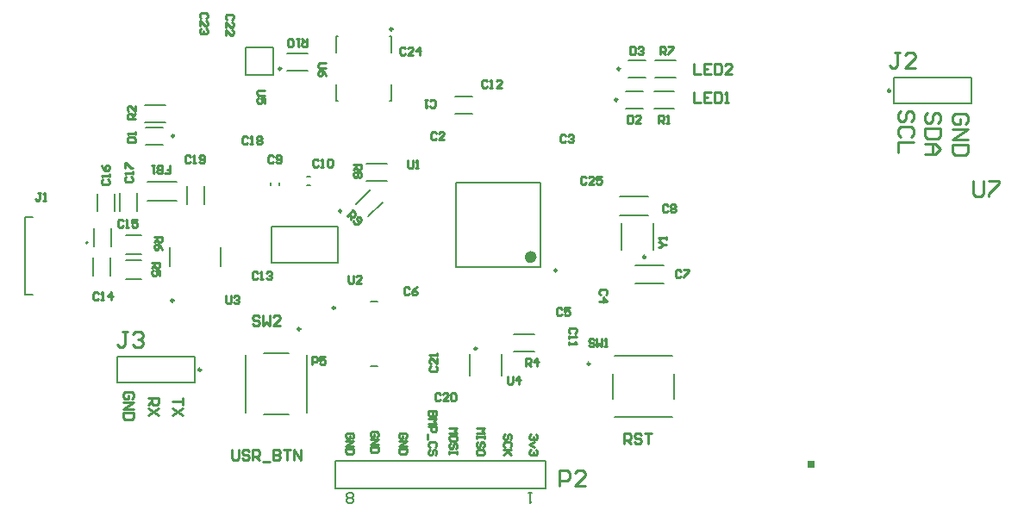
<source format=gto>
G04*
G04 #@! TF.GenerationSoftware,Altium Limited,Altium Designer,23.5.1 (21)*
G04*
G04 Layer_Color=65535*
%FSLAX44Y44*%
%MOMM*%
G71*
G04*
G04 #@! TF.SameCoordinates,9C90234E-4C54-4D27-9D2C-81E7689CD50F*
G04*
G04*
G04 #@! TF.FilePolarity,Positive*
G04*
G01*
G75*
%ADD10C,0.2000*%
%ADD11C,0.2500*%
%ADD12C,0.6000*%
%ADD13C,0.1270*%
%ADD14C,0.2540*%
%ADD15C,0.1524*%
%ADD16R,0.7620X0.7620*%
D10*
X316621Y762620D02*
G03*
X316621Y762620I-1000J0D01*
G01*
X832611Y608780D02*
Y633280D01*
X834362Y591030D02*
X890861D01*
X892611Y608780D02*
Y633280D01*
X834362Y651030D02*
X890861D01*
X489400Y653570D02*
X513900D01*
X471650Y595320D02*
Y651820D01*
X489400Y593570D02*
X513900D01*
X531650Y595320D02*
Y651820D01*
X559840Y521220D02*
Y548120D01*
Y521220D02*
X766040D01*
Y548120D01*
X559840D02*
X766040D01*
X839165Y789769D02*
X867286D01*
X839165Y807891D02*
X867286D01*
X678638Y821327D02*
X761637D01*
X678638Y738328D02*
X761637D01*
X678638D02*
Y821327D01*
X761637Y738328D02*
Y821327D01*
X594763Y641349D02*
X601577D01*
X594763Y704849D02*
X601577D01*
X1108710Y899160D02*
Y924560D01*
Y899160D02*
X1184910D01*
Y924560D01*
X1108710D02*
X1184910D01*
X421640Y624840D02*
Y650240D01*
X345440D02*
X421640D01*
X345440Y624840D02*
Y650240D01*
Y624840D02*
X421640D01*
X841044Y755727D02*
Y781727D01*
X872354Y755727D02*
Y781727D01*
X854620Y722459D02*
X882740D01*
X854620Y740581D02*
X882740D01*
X872633Y911518D02*
X892754D01*
X872633Y894517D02*
X892754D01*
X845163Y911470D02*
X862162D01*
X845163Y894470D02*
X862162D01*
X847600Y924950D02*
X864600D01*
X847600Y941950D02*
X864600D01*
X613310Y965800D02*
X615010D01*
Y949800D02*
Y965800D01*
Y901800D02*
Y917800D01*
X613310Y901800D02*
X615010D01*
X561010D02*
X562710D01*
X561010D02*
Y917800D01*
Y949800D02*
Y965800D01*
X562710D01*
X512393Y948295D02*
X532514D01*
X512393Y931295D02*
X532514D01*
X498600Y927565D02*
Y954565D01*
X471600D02*
X498600D01*
X471600Y927565D02*
Y954565D01*
Y927565D02*
X498600D01*
X396929Y739287D02*
Y757788D01*
X446967Y739287D02*
Y757788D01*
X562103Y743131D02*
Y778181D01*
X497053Y743131D02*
X562103D01*
X497053D02*
Y778181D01*
X562103D01*
X531900Y827210D02*
X534900D01*
X531900Y818710D02*
X534900D01*
X354450Y769730D02*
X369450D01*
X354450Y751230D02*
X369450D01*
X354450Y745600D02*
X369450D01*
X354450Y727100D02*
X369450D01*
X414410Y800240D02*
Y817740D01*
X431410Y800240D02*
Y817740D01*
X322970Y758933D02*
Y776433D01*
X340000Y758986D02*
Y776486D01*
X338700Y730390D02*
Y747890D01*
X321670Y730337D02*
Y747837D01*
X735430Y655710D02*
X755550D01*
X735430Y672710D02*
X755550D01*
X591987Y788246D02*
X606214Y802473D01*
X579966Y800267D02*
X594193Y814494D01*
X590650Y823350D02*
X610770D01*
X590650Y840350D02*
X610770D01*
X372627Y880500D02*
X392747D01*
X372627Y897500D02*
X392747D01*
X373770Y858957D02*
X390770D01*
X373770Y875958D02*
X390770D01*
X496389Y818920D02*
Y821920D01*
X504888Y818920D02*
Y821920D01*
X874143Y924950D02*
X894264D01*
X874143Y941950D02*
X894264D01*
X348430Y793890D02*
Y811390D01*
X365430Y793890D02*
Y811390D01*
X326244Y793223D02*
Y810723D01*
X343244Y793223D02*
Y810723D01*
X375599Y803509D02*
X404181D01*
X375599Y822091D02*
X404181D01*
X677050Y906390D02*
X694550D01*
X677050Y889390D02*
X694550D01*
X723093Y631752D02*
Y652752D01*
X691593Y631752D02*
Y652752D01*
D11*
X809862Y643530D02*
G03*
X809862Y643530I-1250J0D01*
G01*
X525400Y677570D02*
G03*
X525400Y677570I-1250J0D01*
G01*
X777387Y735328D02*
G03*
X777387Y735328I-1250J0D01*
G01*
X559620Y698499D02*
G03*
X559620Y698499I-1250J0D01*
G01*
X1105060Y911860D02*
G03*
X1105060Y911860I-1250J0D01*
G01*
X427790Y637540D02*
G03*
X427790Y637540I-1250J0D01*
G01*
X864544Y748477D02*
G03*
X864544Y748477I-1250J0D01*
G01*
X836913Y902970D02*
G03*
X836913Y902970I-1250J0D01*
G01*
X839350Y933450D02*
G03*
X839350Y933450I-1250J0D01*
G01*
X616060Y972300D02*
G03*
X616060Y972300I-1250J0D01*
G01*
X506600Y933565D02*
G03*
X506600Y933565I-1250J0D01*
G01*
X400998Y705599D02*
G03*
X400998Y705599I-1250J0D01*
G01*
X565827Y793606D02*
G03*
X565827Y793606I-1250J0D01*
G01*
X401520Y867457D02*
G03*
X401520Y867457I-1250J0D01*
G01*
X698843Y658502D02*
G03*
X698843Y658502I-1250J0D01*
G01*
D12*
X754638Y748327D02*
G03*
X754638Y748327I-3000J0D01*
G01*
D13*
X255021Y711620D02*
Y787620D01*
X262321D01*
X255021Y711620D02*
X262321D01*
D14*
X270510Y811529D02*
X267971D01*
X269240D01*
Y805181D01*
X267971Y803911D01*
X266701D01*
X265432Y805181D01*
X273049Y803911D02*
X275588D01*
X274319D01*
Y811529D01*
X273049Y810259D01*
X849632Y955039D02*
Y947421D01*
X853441D01*
X854710Y948691D01*
Y953769D01*
X853441Y955039D01*
X849632D01*
X857250Y953769D02*
X858519Y955039D01*
X861058D01*
X862328Y953769D01*
Y952500D01*
X861058Y951230D01*
X859789D01*
X861058D01*
X862328Y949960D01*
Y948691D01*
X861058Y947421D01*
X858519D01*
X857250Y948691D01*
X911860Y938527D02*
Y928370D01*
X918631D01*
X928788Y938527D02*
X922017D01*
Y928370D01*
X928788D01*
X922017Y933448D02*
X925402D01*
X932173Y938527D02*
Y928370D01*
X937252D01*
X938945Y930063D01*
Y936834D01*
X937252Y938527D01*
X932173D01*
X949101Y928370D02*
X942330D01*
X949101Y935141D01*
Y936834D01*
X947409Y938527D01*
X944023D01*
X942330Y936834D01*
X911860Y910587D02*
Y900430D01*
X918631D01*
X928788Y910587D02*
X922017D01*
Y900430D01*
X928788D01*
X922017Y905508D02*
X925402D01*
X932173Y910587D02*
Y900430D01*
X937252D01*
X938945Y902123D01*
Y908894D01*
X937252Y910587D01*
X932173D01*
X942330Y900430D02*
X945716D01*
X944023D01*
Y910587D01*
X942330Y908894D01*
X813814Y667002D02*
X812545Y668271D01*
X810006D01*
X808736Y667002D01*
Y665732D01*
X810006Y664463D01*
X812545D01*
X813814Y663193D01*
Y661924D01*
X812545Y660654D01*
X810006D01*
X808736Y661924D01*
X816354Y668271D02*
Y660654D01*
X818893Y663193D01*
X821432Y660654D01*
Y668271D01*
X823971Y660654D02*
X826510D01*
X825241D01*
Y668271D01*
X823971Y667002D01*
X485307Y689692D02*
X483614Y691385D01*
X480229D01*
X478536Y689692D01*
Y687999D01*
X480229Y686306D01*
X483614D01*
X485307Y684614D01*
Y682921D01*
X483614Y681228D01*
X480229D01*
X478536Y682921D01*
X488693Y691385D02*
Y681228D01*
X492078Y684614D01*
X495464Y681228D01*
Y691385D01*
X505621Y681228D02*
X498849D01*
X505621Y687999D01*
Y689692D01*
X503928Y691385D01*
X500542D01*
X498849Y689692D01*
X756918Y574040D02*
X758187Y572770D01*
Y570231D01*
X756918Y568962D01*
X755648D01*
X754379Y570231D01*
Y571501D01*
Y570231D01*
X753109Y568962D01*
X751840D01*
X750570Y570231D01*
Y572770D01*
X751840Y574040D01*
X755648Y566423D02*
X750570Y563883D01*
X755648Y561344D01*
X756918Y558805D02*
X758187Y557535D01*
Y554996D01*
X756918Y553727D01*
X755648D01*
X754379Y554996D01*
Y556266D01*
Y554996D01*
X753109Y553727D01*
X751840D01*
X750570Y554996D01*
Y557535D01*
X751840Y558805D01*
X731518Y568962D02*
X732787Y570231D01*
Y572770D01*
X731518Y574040D01*
X730248D01*
X728979Y572770D01*
Y570231D01*
X727709Y568962D01*
X726440D01*
X725170Y570231D01*
Y572770D01*
X726440Y574040D01*
X731518Y561344D02*
X732787Y562614D01*
Y565153D01*
X731518Y566423D01*
X726440D01*
X725170Y565153D01*
Y562614D01*
X726440Y561344D01*
X732787Y558805D02*
X725170D01*
X727709D01*
X732787Y553727D01*
X728979Y557535D01*
X725170Y553727D01*
X698500Y580390D02*
X706117D01*
X703578Y577851D01*
X706117Y575312D01*
X698500D01*
X706117Y572772D02*
Y570233D01*
Y571503D01*
X698500D01*
Y572772D01*
Y570233D01*
X704848Y561346D02*
X706117Y562616D01*
Y565155D01*
X704848Y566424D01*
X703578D01*
X702309Y565155D01*
Y562616D01*
X701039Y561346D01*
X699770D01*
X698500Y562616D01*
Y565155D01*
X699770Y566424D01*
X706117Y554998D02*
Y557537D01*
X704848Y558807D01*
X699770D01*
X698500Y557537D01*
Y554998D01*
X699770Y553729D01*
X704848D01*
X706117Y554998D01*
X671830Y580390D02*
X679447D01*
X676908Y577851D01*
X679447Y575312D01*
X671830D01*
X679447Y568964D02*
Y571503D01*
X678178Y572772D01*
X673100D01*
X671830Y571503D01*
Y568964D01*
X673100Y567694D01*
X678178D01*
X679447Y568964D01*
X678178Y560077D02*
X679447Y561346D01*
Y563885D01*
X678178Y565155D01*
X676908D01*
X675639Y563885D01*
Y561346D01*
X674369Y560077D01*
X673100D01*
X671830Y561346D01*
Y563885D01*
X673100Y565155D01*
X679447Y557537D02*
Y554998D01*
Y556268D01*
X671830D01*
Y557537D01*
Y554998D01*
X659127Y596900D02*
X651510D01*
Y593091D01*
X652779Y591822D01*
X654049D01*
X655318Y593091D01*
Y596900D01*
Y593091D01*
X656588Y591822D01*
X657858D01*
X659127Y593091D01*
Y596900D01*
X651510Y589282D02*
X659127D01*
X656588Y586743D01*
X659127Y584204D01*
X651510D01*
Y581665D02*
X659127D01*
Y577856D01*
X657858Y576587D01*
X655318D01*
X654049Y577856D01*
Y581665D01*
X650240Y574047D02*
Y568969D01*
X657858Y561352D02*
X659127Y562621D01*
Y565160D01*
X657858Y566430D01*
X652779D01*
X651510Y565160D01*
Y562621D01*
X652779Y561352D01*
X657858Y553734D02*
X659127Y555004D01*
Y557543D01*
X657858Y558812D01*
X656588D01*
X655318Y557543D01*
Y555004D01*
X654049Y553734D01*
X652779D01*
X651510Y555004D01*
Y557543D01*
X652779Y558812D01*
X628648Y570232D02*
X629917Y571501D01*
Y574040D01*
X628648Y575310D01*
X623570D01*
X622300Y574040D01*
Y571501D01*
X623570Y570232D01*
X626109D01*
Y572771D01*
X622300Y567692D02*
X629917D01*
X622300Y562614D01*
X629917D01*
Y560075D02*
X622300D01*
Y556266D01*
X623570Y554997D01*
X628648D01*
X629917Y556266D01*
Y560075D01*
X600708Y571502D02*
X601978Y572771D01*
Y575310D01*
X600708Y576580D01*
X595630D01*
X594360Y575310D01*
Y572771D01*
X595630Y571502D01*
X598169D01*
Y574041D01*
X594360Y568963D02*
X601978D01*
X594360Y563884D01*
X601978D01*
Y561345D02*
X594360D01*
Y557536D01*
X595630Y556267D01*
X600708D01*
X601978Y557536D01*
Y561345D01*
X576578Y570232D02*
X577848Y571501D01*
Y574040D01*
X576578Y575310D01*
X571500D01*
X570230Y574040D01*
Y571501D01*
X571500Y570232D01*
X574039D01*
Y572771D01*
X570230Y567692D02*
X577848D01*
X570230Y562614D01*
X577848D01*
Y560075D02*
X570230D01*
Y556266D01*
X571500Y554997D01*
X576578D01*
X577848Y556266D01*
Y560075D01*
X779784Y523242D02*
Y538478D01*
X787402D01*
X789941Y535938D01*
Y530860D01*
X787402Y528321D01*
X779784D01*
X805176Y523242D02*
X795019D01*
X805176Y533399D01*
Y535938D01*
X802637Y538478D01*
X797558D01*
X795019Y535938D01*
X458470Y559220D02*
Y550756D01*
X460163Y549063D01*
X463548D01*
X465241Y550756D01*
Y559220D01*
X475398Y557527D02*
X473705Y559220D01*
X470320D01*
X468627Y557527D01*
Y555834D01*
X470320Y554141D01*
X473705D01*
X475398Y552448D01*
Y550756D01*
X473705Y549063D01*
X470320D01*
X468627Y550756D01*
X478783Y549063D02*
Y559220D01*
X483862D01*
X485555Y557527D01*
Y554141D01*
X483862Y552448D01*
X478783D01*
X482169D02*
X485555Y549063D01*
X488940Y547370D02*
X495711D01*
X499097Y559220D02*
Y549063D01*
X504175D01*
X505868Y550756D01*
Y552448D01*
X504175Y554141D01*
X499097D01*
X504175D01*
X505868Y555834D01*
Y557527D01*
X504175Y559220D01*
X499097D01*
X509254D02*
X516025D01*
X512639D01*
Y549063D01*
X519410D02*
Y559220D01*
X526181Y549063D01*
Y559220D01*
X843280Y565150D02*
Y575307D01*
X848358D01*
X850051Y573614D01*
Y570228D01*
X848358Y568536D01*
X843280D01*
X846666D02*
X850051Y565150D01*
X860208Y573614D02*
X858515Y575307D01*
X855129D01*
X853437Y573614D01*
Y571921D01*
X855129Y570228D01*
X858515D01*
X860208Y568536D01*
Y566843D01*
X858515Y565150D01*
X855129D01*
X853437Y566843D01*
X863593Y575307D02*
X870365D01*
X866979D01*
Y565150D01*
X410207Y609600D02*
Y602829D01*
Y606214D01*
X400050D01*
X410207Y599443D02*
X400050Y592672D01*
X410207D02*
X400050Y599443D01*
X375920Y609600D02*
X386077D01*
Y604522D01*
X384384Y602829D01*
X380998D01*
X379306Y604522D01*
Y609600D01*
Y606214D02*
X375920Y602829D01*
X386077Y599443D02*
X375920Y592672D01*
X386077D02*
X375920Y599443D01*
X360254Y609179D02*
X361947Y610872D01*
Y614257D01*
X360254Y615950D01*
X353483D01*
X351790Y614257D01*
Y610872D01*
X353483Y609179D01*
X356868D01*
Y612564D01*
X351790Y605793D02*
X361947D01*
X351790Y599022D01*
X361947D01*
Y595637D02*
X351790D01*
Y590558D01*
X353483Y588865D01*
X360254D01*
X361947Y590558D01*
Y595637D01*
X1178556Y878843D02*
X1181095Y881383D01*
Y886461D01*
X1178556Y889000D01*
X1168399D01*
X1165860Y886461D01*
Y881383D01*
X1168399Y878843D01*
X1173477D01*
Y883922D01*
X1165860Y873765D02*
X1181095D01*
X1165860Y863608D01*
X1181095D01*
Y858530D02*
X1165860D01*
Y850912D01*
X1168399Y848373D01*
X1178556D01*
X1181095Y850912D01*
Y858530D01*
X1151886Y880113D02*
X1154425Y882653D01*
Y887731D01*
X1151886Y890270D01*
X1149347D01*
X1146807Y887731D01*
Y882653D01*
X1144268Y880113D01*
X1141729D01*
X1139190Y882653D01*
Y887731D01*
X1141729Y890270D01*
X1154425Y875035D02*
X1139190D01*
Y867417D01*
X1141729Y864878D01*
X1151886D01*
X1154425Y867417D01*
Y875035D01*
X1139190Y859800D02*
X1149347D01*
X1154425Y854722D01*
X1149347Y849643D01*
X1139190D01*
X1146807D01*
Y859800D01*
X1125216Y881383D02*
X1127755Y883923D01*
Y889001D01*
X1125216Y891540D01*
X1122677D01*
X1120137Y889001D01*
Y883923D01*
X1117598Y881383D01*
X1115059D01*
X1112520Y883923D01*
Y889001D01*
X1115059Y891540D01*
X1125216Y866148D02*
X1127755Y868687D01*
Y873766D01*
X1125216Y876305D01*
X1115059D01*
X1112520Y873766D01*
Y868687D01*
X1115059Y866148D01*
X1127755Y861070D02*
X1112520D01*
Y850913D01*
X886460Y798829D02*
X885191Y800099D01*
X882652D01*
X881382Y798829D01*
Y793751D01*
X882652Y792481D01*
X885191D01*
X886460Y793751D01*
X889000Y798829D02*
X890269Y800099D01*
X892808D01*
X894078Y798829D01*
Y797560D01*
X892808Y796290D01*
X894078Y795020D01*
Y793751D01*
X892808Y792481D01*
X890269D01*
X889000Y793751D01*
Y795020D01*
X890269Y796290D01*
X889000Y797560D01*
Y798829D01*
X890269Y796290D02*
X892808D01*
X786130Y867409D02*
X784861Y868679D01*
X782322D01*
X781052Y867409D01*
Y862331D01*
X782322Y861061D01*
X784861D01*
X786130Y862331D01*
X788670Y867409D02*
X789939Y868679D01*
X792478D01*
X793748Y867409D01*
Y866140D01*
X792478Y864870D01*
X791209D01*
X792478D01*
X793748Y863600D01*
Y862331D01*
X792478Y861061D01*
X789939D01*
X788670Y862331D01*
X847092Y887729D02*
Y880111D01*
X850901D01*
X852170Y881381D01*
Y886459D01*
X850901Y887729D01*
X847092D01*
X859788Y880111D02*
X854710D01*
X859788Y885190D01*
Y886459D01*
X858518Y887729D01*
X855979D01*
X854710Y886459D01*
X631192Y843279D02*
Y836931D01*
X632461Y835661D01*
X635000D01*
X636270Y836931D01*
Y843279D01*
X638809Y835661D02*
X641348D01*
X640079D01*
Y843279D01*
X638809Y842009D01*
X632555Y717549D02*
X631286Y718819D01*
X628747D01*
X627477Y717549D01*
Y712471D01*
X628747Y711201D01*
X631286D01*
X632555Y712471D01*
X640173Y718819D02*
X637634Y717549D01*
X635094Y715010D01*
Y712471D01*
X636364Y711201D01*
X638903D01*
X640173Y712471D01*
Y713740D01*
X638903Y715010D01*
X635094D01*
X537212Y642621D02*
Y650239D01*
X541021D01*
X542290Y648969D01*
Y646430D01*
X541021Y645160D01*
X537212D01*
X549908Y650239D02*
X544830D01*
Y646430D01*
X547369Y647700D01*
X548638D01*
X549908Y646430D01*
Y643891D01*
X548638Y642621D01*
X546099D01*
X544830Y643891D01*
X805940Y826260D02*
X804671Y827530D01*
X802132D01*
X800862Y826260D01*
Y821182D01*
X802132Y819912D01*
X804671D01*
X805940Y821182D01*
X813558Y819912D02*
X808480D01*
X813558Y824990D01*
Y826260D01*
X812288Y827530D01*
X809749D01*
X808480Y826260D01*
X821175Y827530D02*
X816097D01*
Y823721D01*
X818636Y824990D01*
X819906D01*
X821175Y823721D01*
Y821182D01*
X819906Y819912D01*
X817367D01*
X816097Y821182D01*
X1186184Y822958D02*
Y810262D01*
X1188723Y807722D01*
X1193802D01*
X1196341Y810262D01*
Y822958D01*
X1201419D02*
X1211576D01*
Y820418D01*
X1201419Y810262D01*
Y807722D01*
X1114041Y949447D02*
X1108962D01*
X1111501D01*
Y936751D01*
X1108962Y934212D01*
X1106423D01*
X1103884Y936751D01*
X1129276Y934212D02*
X1119119D01*
X1129276Y944369D01*
Y946908D01*
X1126737Y949447D01*
X1121658D01*
X1119119Y946908D01*
X356105Y675127D02*
X351026D01*
X353565D01*
Y662431D01*
X351026Y659892D01*
X348487D01*
X345948Y662431D01*
X361183Y672588D02*
X363722Y675127D01*
X368801D01*
X371340Y672588D01*
Y670049D01*
X368801Y667510D01*
X366261D01*
X368801D01*
X371340Y664970D01*
Y662431D01*
X368801Y659892D01*
X363722D01*
X361183Y662431D01*
X877571Y758192D02*
X878841D01*
X881380Y760731D01*
X878841Y763270D01*
X877571D01*
X881380Y760731D02*
X885189D01*
Y765809D02*
Y768348D01*
Y767079D01*
X877571D01*
X878841Y765809D01*
X899160Y734476D02*
X897891Y735745D01*
X895352D01*
X894082Y734476D01*
Y729397D01*
X895352Y728128D01*
X897891D01*
X899160Y729397D01*
X901700Y735745D02*
X906778D01*
Y734476D01*
X901700Y729397D01*
Y728128D01*
X877572Y880111D02*
Y887729D01*
X881380D01*
X882650Y886459D01*
Y883920D01*
X881380Y882650D01*
X877572D01*
X880111D02*
X882650Y880111D01*
X885189D02*
X887728D01*
X886459D01*
Y887729D01*
X885189Y886459D01*
X550591Y938938D02*
X544243D01*
X542974Y937668D01*
Y935129D01*
X544243Y933860D01*
X550591D01*
Y926242D02*
X549322Y928781D01*
X546783Y931320D01*
X544243D01*
X542974Y930051D01*
Y927512D01*
X544243Y926242D01*
X545513D01*
X546783Y927512D01*
Y931320D01*
X628648Y953514D02*
X627379Y954783D01*
X624840D01*
X623570Y953514D01*
Y948436D01*
X624840Y947166D01*
X627379D01*
X628648Y948436D01*
X636266Y947166D02*
X631188D01*
X636266Y952244D01*
Y953514D01*
X634996Y954783D01*
X632457D01*
X631188Y953514D01*
X642614Y947166D02*
Y954783D01*
X638805Y950975D01*
X643883D01*
X531975Y962654D02*
Y955036D01*
X528166D01*
X526897Y956306D01*
Y958845D01*
X528166Y960115D01*
X531975D01*
X529436D02*
X526897Y962654D01*
X524357D02*
X521818D01*
X523088D01*
Y955036D01*
X524357Y956306D01*
X518010D02*
X516740Y955036D01*
X514201D01*
X512931Y956306D01*
Y961384D01*
X514201Y962654D01*
X516740D01*
X518010Y961384D01*
Y956306D01*
X490546Y912541D02*
X484198D01*
X482928Y911271D01*
Y908732D01*
X484198Y907462D01*
X490546D01*
Y899845D02*
Y904923D01*
X486737D01*
X488007Y902384D01*
Y901114D01*
X486737Y899845D01*
X484198D01*
X482928Y901114D01*
Y903653D01*
X484198Y904923D01*
X458535Y981703D02*
X459805Y982973D01*
Y985512D01*
X458535Y986782D01*
X453457D01*
X452187Y985512D01*
Y982973D01*
X453457Y981703D01*
X452187Y974086D02*
Y979164D01*
X457266Y974086D01*
X458535D01*
X459805Y975355D01*
Y977895D01*
X458535Y979164D01*
X452187Y966468D02*
Y971547D01*
X457266Y966468D01*
X458535D01*
X459805Y967738D01*
Y970277D01*
X458535Y971547D01*
X433048Y982973D02*
X434317Y984243D01*
Y986782D01*
X433048Y988052D01*
X427970D01*
X426700Y986782D01*
Y984243D01*
X427970Y982973D01*
X426700Y975356D02*
Y980434D01*
X431778Y975356D01*
X433048D01*
X434317Y976625D01*
Y979165D01*
X433048Y980434D01*
Y972817D02*
X434317Y971547D01*
Y969008D01*
X433048Y967738D01*
X431778D01*
X430509Y969008D01*
Y970277D01*
Y969008D01*
X429239Y967738D01*
X427970D01*
X426700Y969008D01*
Y971547D01*
X427970Y972817D01*
X483556Y732789D02*
X482287Y734059D01*
X479748D01*
X478478Y732789D01*
Y727711D01*
X479748Y726441D01*
X482287D01*
X483556Y727711D01*
X486096Y726441D02*
X488635D01*
X487365D01*
Y734059D01*
X486096Y732789D01*
X492444D02*
X493713Y734059D01*
X496252D01*
X497522Y732789D01*
Y731520D01*
X496252Y730250D01*
X494983D01*
X496252D01*
X497522Y728980D01*
Y727711D01*
X496252Y726441D01*
X493713D01*
X492444Y727711D01*
X452430Y710436D02*
Y704088D01*
X453700Y702819D01*
X456239D01*
X457509Y704088D01*
Y710436D01*
X460048Y709167D02*
X461317Y710436D01*
X463857D01*
X465126Y709167D01*
Y707897D01*
X463857Y706628D01*
X462587D01*
X463857D01*
X465126Y705358D01*
Y704088D01*
X463857Y702819D01*
X461317D01*
X460048Y704088D01*
X572760Y730249D02*
Y723901D01*
X574029Y722631D01*
X576568D01*
X577838Y723901D01*
Y730249D01*
X585455Y722631D02*
X580377D01*
X585455Y727710D01*
Y728979D01*
X584186Y730249D01*
X581647D01*
X580377Y728979D01*
X542926Y843279D02*
X541657Y844549D01*
X539118D01*
X537848Y843279D01*
Y838201D01*
X539118Y836931D01*
X541657D01*
X542926Y838201D01*
X545466Y836931D02*
X548005D01*
X546735D01*
Y844549D01*
X545466Y843279D01*
X551814D02*
X553083Y844549D01*
X555622D01*
X556892Y843279D01*
Y838201D01*
X555622Y836931D01*
X553083D01*
X551814Y838201D01*
Y843279D01*
X382271Y768348D02*
X389889D01*
Y764539D01*
X388619Y763270D01*
X386080D01*
X384810Y764539D01*
Y768348D01*
Y765809D02*
X382271Y763270D01*
X389889Y755652D02*
X388619Y758191D01*
X386080Y760730D01*
X383541D01*
X382271Y759461D01*
Y756922D01*
X383541Y755652D01*
X384810D01*
X386080Y756922D01*
Y760730D01*
X379731Y742948D02*
X387349D01*
Y739139D01*
X386079Y737870D01*
X383540D01*
X382270Y739139D01*
Y742948D01*
Y740409D02*
X379731Y737870D01*
X387349Y730252D02*
Y735330D01*
X383540D01*
X384810Y732791D01*
Y731522D01*
X383540Y730252D01*
X381001D01*
X379731Y731522D01*
Y734061D01*
X381001Y735330D01*
X417196Y847089D02*
X415927Y848359D01*
X413388D01*
X412118Y847089D01*
Y842011D01*
X413388Y840741D01*
X415927D01*
X417196Y842011D01*
X419736Y840741D02*
X422275D01*
X421005D01*
Y848359D01*
X419736Y847089D01*
X426084Y842011D02*
X427353Y840741D01*
X429892D01*
X431162Y842011D01*
Y847089D01*
X429892Y848359D01*
X427353D01*
X426084Y847089D01*
Y845820D01*
X427353Y844550D01*
X431162D01*
X351156Y784192D02*
X349887Y785461D01*
X347348D01*
X346078Y784192D01*
Y779113D01*
X347348Y777844D01*
X349887D01*
X351156Y779113D01*
X353696Y777844D02*
X356235D01*
X354965D01*
Y785461D01*
X353696Y784192D01*
X365122Y785461D02*
X360044D01*
Y781653D01*
X362583Y782922D01*
X363852D01*
X365122Y781653D01*
Y779113D01*
X363852Y777844D01*
X361313D01*
X360044Y779113D01*
X327026Y712469D02*
X325757Y713739D01*
X323218D01*
X321948Y712469D01*
Y707391D01*
X323218Y706121D01*
X325757D01*
X327026Y707391D01*
X329566Y706121D02*
X332105D01*
X330835D01*
Y713739D01*
X329566Y712469D01*
X339722Y706121D02*
Y713739D01*
X335914Y709930D01*
X340992D01*
X746762Y641351D02*
Y648969D01*
X750571D01*
X751840Y647699D01*
Y645160D01*
X750571Y643890D01*
X746762D01*
X749301D02*
X751840Y641351D01*
X758188D02*
Y648969D01*
X754380Y645160D01*
X759458D01*
X795358Y673734D02*
X796628Y675004D01*
Y677543D01*
X795358Y678812D01*
X790280D01*
X789010Y677543D01*
Y675004D01*
X790280Y673734D01*
X789010Y671195D02*
Y668656D01*
Y669925D01*
X796628D01*
X795358Y671195D01*
X789010Y664847D02*
Y662308D01*
Y663577D01*
X796628D01*
X795358Y664847D01*
X571540Y788797D02*
X576926Y794184D01*
X579619Y791490D01*
X579619Y789695D01*
X577824Y787899D01*
X576028Y787899D01*
X573335Y790593D01*
X575131Y788797D02*
X575131Y785206D01*
X577824Y784308D02*
Y782513D01*
X579619Y780717D01*
X581415Y780717D01*
X585006Y784308D01*
X585006Y786104D01*
X583210Y787899D01*
X581415D01*
X580517Y787002D01*
X580517Y785206D01*
X583210Y782513D01*
X577851Y839468D02*
X585469D01*
Y835659D01*
X584199Y834390D01*
X581660D01*
X580390Y835659D01*
Y839468D01*
Y836929D02*
X577851Y834390D01*
X584199Y831850D02*
X585469Y830581D01*
Y828042D01*
X584199Y826772D01*
X582930D01*
X581660Y828042D01*
X580390Y826772D01*
X579121D01*
X577851Y828042D01*
Y830581D01*
X579121Y831850D01*
X580390D01*
X581660Y830581D01*
X582930Y831850D01*
X584199D01*
X581660Y830581D02*
Y828042D01*
X363219Y883922D02*
X355601D01*
Y887731D01*
X356871Y889000D01*
X359410D01*
X360680Y887731D01*
Y883922D01*
Y886461D02*
X363219Y889000D01*
Y896618D02*
Y891540D01*
X358140Y896618D01*
X356871D01*
X355601Y895348D01*
Y892809D01*
X356871Y891540D01*
X355601Y861062D02*
X363219D01*
Y864871D01*
X361949Y866140D01*
X356871D01*
X355601Y864871D01*
Y861062D01*
X363219Y868679D02*
Y871218D01*
Y869949D01*
X355601D01*
X356871Y868679D01*
X499110Y847089D02*
X497841Y848359D01*
X495302D01*
X494032Y847089D01*
Y842011D01*
X495302Y840741D01*
X497841D01*
X499110Y842011D01*
X501650D02*
X502919Y840741D01*
X505458D01*
X506728Y842011D01*
Y847089D01*
X505458Y848359D01*
X502919D01*
X501650Y847089D01*
Y845820D01*
X502919Y844550D01*
X506728D01*
X878842Y947421D02*
Y955039D01*
X882651D01*
X883920Y953769D01*
Y951230D01*
X882651Y949960D01*
X878842D01*
X881381D02*
X883920Y947421D01*
X886460Y955039D02*
X891538D01*
Y953769D01*
X886460Y948691D01*
Y947421D01*
X653461Y640961D02*
X652191Y639691D01*
Y637152D01*
X653461Y635882D01*
X658539D01*
X659809Y637152D01*
Y639691D01*
X658539Y640961D01*
X659809Y648578D02*
Y643500D01*
X654731Y648578D01*
X653461D01*
X652191Y647309D01*
Y644770D01*
X653461Y643500D01*
X659809Y651117D02*
Y653657D01*
Y652387D01*
X652191D01*
X653461Y651117D01*
X662942Y613409D02*
X661672Y614679D01*
X659133D01*
X657863Y613409D01*
Y608331D01*
X659133Y607061D01*
X661672D01*
X662942Y608331D01*
X670559Y607061D02*
X665481D01*
X670559Y612140D01*
Y613409D01*
X669290Y614679D01*
X666750D01*
X665481Y613409D01*
X673098D02*
X674368Y614679D01*
X676907D01*
X678177Y613409D01*
Y608331D01*
X676907Y607061D01*
X674368D01*
X673098Y608331D01*
Y613409D01*
X473546Y865652D02*
X472277Y866922D01*
X469738D01*
X468468Y865652D01*
Y860574D01*
X469738Y859305D01*
X472277D01*
X473546Y860574D01*
X476086Y859305D02*
X478625D01*
X477355D01*
Y866922D01*
X476086Y865652D01*
X482434D02*
X483703Y866922D01*
X486242D01*
X487512Y865652D01*
Y864383D01*
X486242Y863113D01*
X487512Y861844D01*
Y860574D01*
X486242Y859305D01*
X483703D01*
X482434Y860574D01*
Y861844D01*
X483703Y863113D01*
X482434Y864383D01*
Y865652D01*
X483703Y863113D02*
X486242D01*
X354391Y827406D02*
X353121Y826137D01*
Y823598D01*
X354391Y822328D01*
X359469D01*
X360739Y823598D01*
Y826137D01*
X359469Y827406D01*
X360739Y829946D02*
Y832485D01*
Y831215D01*
X353121D01*
X354391Y829946D01*
X353121Y836294D02*
Y841372D01*
X354391D01*
X359469Y836294D01*
X360739D01*
X331471Y824866D02*
X330201Y823597D01*
Y821058D01*
X331471Y819788D01*
X336549D01*
X337819Y821058D01*
Y823597D01*
X336549Y824866D01*
X337819Y827406D02*
Y829945D01*
Y828675D01*
X330201D01*
X331471Y827406D01*
X330201Y838832D02*
X331471Y836293D01*
X334010Y833754D01*
X336549D01*
X337819Y835023D01*
Y837562D01*
X336549Y838832D01*
X335280D01*
X334010Y837562D01*
Y833754D01*
X392429Y830548D02*
X397507D01*
Y834356D01*
X394968D01*
X397507D01*
Y838165D01*
X389889Y830548D02*
Y838165D01*
X386081D01*
X384811Y836896D01*
Y835626D01*
X386081Y834356D01*
X389889D01*
X386081D01*
X384811Y833087D01*
Y831817D01*
X386081Y830548D01*
X389889D01*
X382272Y838165D02*
X379733D01*
X381002D01*
Y830548D01*
X382272Y831817D01*
X825499Y711200D02*
X826769Y712469D01*
Y715008D01*
X825499Y716278D01*
X820421D01*
X819151Y715008D01*
Y712469D01*
X820421Y711200D01*
X819151Y704852D02*
X826769D01*
X822960Y708660D01*
Y703582D01*
X782320Y697229D02*
X781051Y698499D01*
X778512D01*
X777242Y697229D01*
Y692151D01*
X778512Y690881D01*
X781051D01*
X782320Y692151D01*
X789938Y698499D02*
X784860D01*
Y694690D01*
X787399Y695960D01*
X788668D01*
X789938Y694690D01*
Y692151D01*
X788668Y690881D01*
X786129D01*
X784860Y692151D01*
X709166Y921256D02*
X707897Y922525D01*
X705358D01*
X704088Y921256D01*
Y916178D01*
X705358Y914908D01*
X707897D01*
X709166Y916178D01*
X711705Y914908D02*
X714245D01*
X712975D01*
Y922525D01*
X711705Y921256D01*
X723132Y914908D02*
X718054D01*
X723132Y919986D01*
Y921256D01*
X721862Y922525D01*
X719323D01*
X718054Y921256D01*
X652780Y896621D02*
X654050Y895351D01*
X656589D01*
X657858Y896621D01*
Y901699D01*
X656589Y902969D01*
X654050D01*
X652780Y901699D01*
X650241Y902969D02*
X647702D01*
X648971D01*
Y895351D01*
X650241Y896621D01*
X659130Y869949D02*
X657861Y871219D01*
X655322D01*
X654052Y869949D01*
Y864871D01*
X655322Y863601D01*
X657861D01*
X659130Y864871D01*
X666748Y863601D02*
X661670D01*
X666748Y868680D01*
Y869949D01*
X665478Y871219D01*
X662939D01*
X661670Y869949D01*
X728982Y631189D02*
Y624841D01*
X730252Y623571D01*
X732791D01*
X734060Y624841D01*
Y631189D01*
X740408Y623571D02*
Y631189D01*
X736600Y627380D01*
X741678D01*
D15*
X577850Y508426D02*
X576157Y506733D01*
X572772D01*
X571079Y508426D01*
Y510119D01*
X572772Y511812D01*
X571079Y513504D01*
Y515197D01*
X572772Y516890D01*
X576157D01*
X577850Y515197D01*
Y513504D01*
X576157Y511812D01*
X577850Y510119D01*
Y508426D01*
X576157Y511812D02*
X572772D01*
X753110Y516890D02*
X749724D01*
X751417D01*
Y506733D01*
X753110Y508426D01*
D16*
X1027430Y544830D02*
D03*
M02*

</source>
